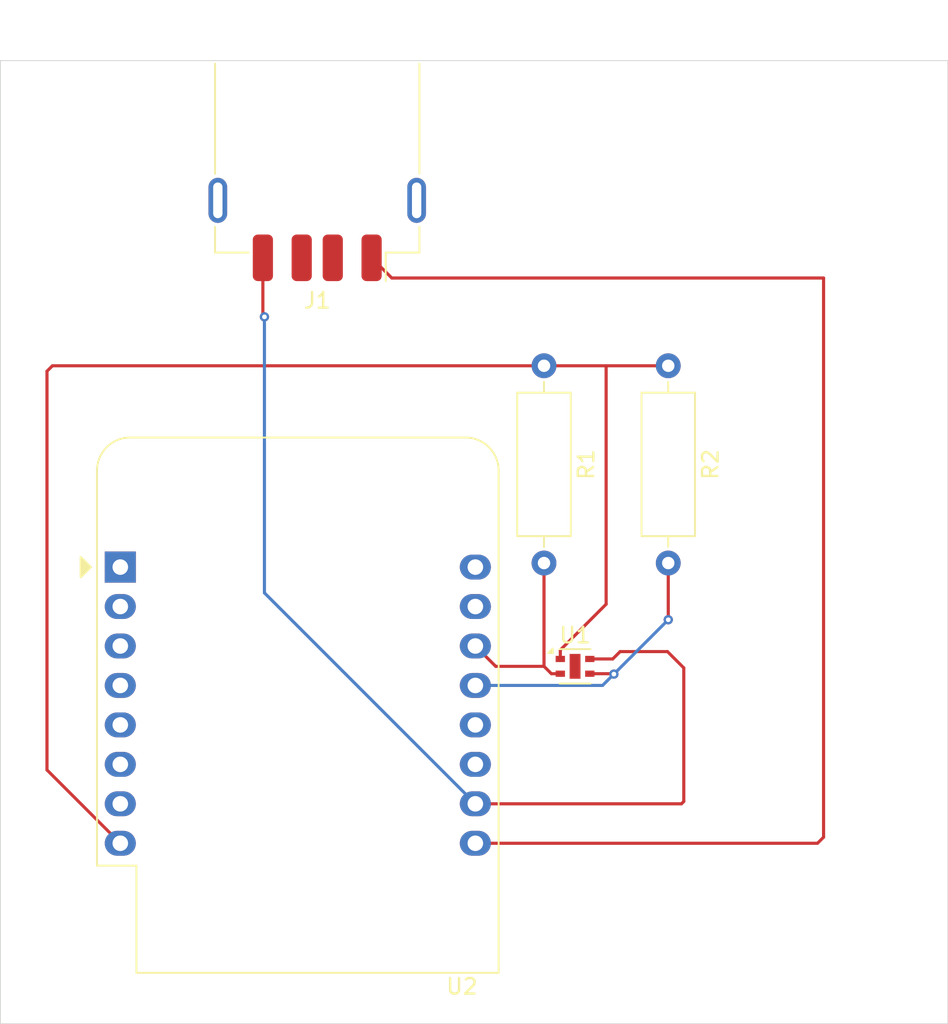
<source format=kicad_pcb>
(kicad_pcb (version 20240108) (generator "pcbnew") (generator_version "8.0")
  (layers (0 "F.Cu" signal) (31 "B.Cu" signal) (34 "B.Paste" user) (35 "F.Paste" user) (36 "B.SilkS" user "B.Silkscreen") (37 "F.SilkS" user "F.Silkscreen") (38 "B.Mask" user) (39 "F.Mask" user) (44 "Edge.Cuts" user))
  (net 0 "")
  (net 1 "/pull-up-sda")
  (net 2 "GND")
  (net 17 "Net-(J1-VBUS)")
  (net 18 "/pull-up-scl")
  (net 19 "/vcc")
  (footprint "Package_DFN_QFN:AMS_QFN-4-1EP_2x2mm_P0.95mm_EP0.7x1.6mm" (layer "F.Cu") (at 144 85)
    (property "Reference" "U1" (at 0 -2 0) (layer "F.SilkS"))
    (property "Value" "ENS210")
    (fp_line (start -1 1.11) (end 1 1.11) (stroke (width 0.12)) (layer "F.SilkS"))
    (fp_line (start 1 -1.11) (end -1 -1.11) (stroke (width 0.12)) (layer "F.SilkS"))
    (fp_poly (pts (xy -1.44 -0.86) (xy -1.72 -0.86) (xy -1.44 -1.14) (xy -1.44 -0.86)) (stroke (width 0.12)) (fill solid) (layer "F.SilkS"))
    (pad "1" smd rect (at -0.95 -0.475) (size 0.6 0.4) (layers "F.Cu" "F.Paste" "F.Mask") (net 19 "/vcc"))
    (pad "2" smd rect (at -0.95 0.475) (size 0.6 0.4) (layers "F.Cu" "F.Paste" "F.Mask") (net 18 "/pull-up-scl"))
    (pad "3" smd rect (at 0.95 0.475) (size 0.6 0.4) (layers "F.Cu" "F.Paste" "F.Mask") (net 1 "/pull-up-sda"))
    (pad "4" smd rect (at 0.95 -0.475) (size 0.6 0.4) (layers "F.Cu" "F.Paste" "F.Mask") (net 2 "GND"))
    (pad "5" smd rect (at 0 0) (size 0.7 1.6) (layers "F.Cu" "F.Mask") (net 2 "GND"))
  )
  (footprint "Connector_USB:USB_A_Receptacle_GCT_USB1046" (layer "F.Cu") (at 127.4 51.45 180)
    (property "Reference" "J1" (at 0 -10 0) (layer "F.SilkS"))
    (property "Value" "USB_A")
    (fp_line (start 6.58 -1.84) (end 6.58 5.25) (stroke (width 0.12)) (layer "F.SilkS"))
    (fp_line (start 6.58 -6.91) (end 6.58 -5.26) (stroke (width 0.12)) (layer "F.SilkS"))
    (fp_line (start 4.41 -6.91) (end 6.58 -6.91) (stroke (width 0.12)) (layer "F.SilkS"))
    (fp_line (start -4.41 -6.91) (end -4.41 -8.75) (stroke (width 0.12)) (layer "F.SilkS"))
    (fp_line (start -4.41 -6.91) (end -6.58 -6.91) (stroke (width 0.12)) (layer "F.SilkS"))
    (fp_line (start -6.58 -1.84) (end -6.58 5.25) (stroke (width 0.12)) (layer "F.SilkS"))
    (fp_line (start -6.58 -6.91) (end -6.58 -5.26) (stroke (width 0.12)) (layer "F.SilkS"))
    (pad "1" smd roundrect (at -3.5 -7.25 180) (size 1.3 3) (layers "F.Cu" "F.Paste" "F.Mask") (net 17 "Net-(J1-VBUS)"))
    (pad "2" smd roundrect (at -1 -7.25 180) (size 1.3 3) (layers "F.Cu" "F.Paste" "F.Mask"))
    (pad "3" smd roundrect (at 1 -7.25 180) (size 1.3 3) (layers "F.Cu" "F.Paste" "F.Mask"))
    (pad "4" smd roundrect (at 3.5 -7.25 180) (size 1.3 3) (layers "F.Cu" "F.Paste" "F.Mask") (net 2 "GND"))
    (pad "5" thru_hole oval (at -6.4 -3.55 180) (size 1.2 2.9) (drill oval 0.6 2.3) (layers "*.Cu" "*.Mask"))
    (pad "5" thru_hole oval (at 6.4 -3.55 180) (size 1.2 2.9) (drill oval 0.6 2.3) (layers "*.Cu" "*.Mask"))
  )
  (footprint "Module:WEMOS_D1_mini_light" (layer "F.Cu") (at 114.72 78.61)
    (property "Reference" "U2" (at 22 27 0) (layer "F.SilkS"))
    (property "Value" "WeMos_D1_mini")
    (fp_line (start -1.5 19.22) (end -1.5 -6.21) (stroke (width 0.12)) (layer "F.SilkS"))
    (fp_line (start -1.5 19.22) (end 1.04 19.22) (stroke (width 0.12)) (layer "F.SilkS"))
    (fp_line (start 1.04 19.22) (end 1.04 26.12) (stroke (width 0.12)) (layer "F.SilkS"))
    (fp_line (start 1.04 26.12) (end 24.36 26.12) (stroke (width 0.12)) (layer "F.SilkS"))
    (fp_line (start 22.24 -8.34) (end 0.63 -8.34) (stroke (width 0.12)) (layer "F.SilkS"))
    (fp_line (start 24.36 26.12) (end 24.36 -6.21) (stroke (width 0.12)) (layer "F.SilkS"))
    (fp_arc (start -1.5 -6.21) (mid -0.876137 -7.716137) (end 0.63 -8.34) (stroke (width 0.12)) (layer "F.SilkS"))
    (fp_arc (start 22.23 -8.34) (mid 23.736137 -7.716137) (end 24.36 -6.21) (stroke (width 0.12)) (layer "F.SilkS"))
    (fp_poly (pts (xy -2.54 -0.635) (xy -2.54 0.635) (xy -1.905 0)) (stroke (width 0.15)) (fill solid) (layer "F.SilkS"))
    (pad "1" thru_hole rect (at 0 0) (size 2 2) (drill 1) (layers "*.Cu" "*.Mask"))
    (pad "2" thru_hole oval (at 0 2.54) (size 2 1.6) (drill 1) (layers "*.Cu" "*.Mask"))
    (pad "3" thru_hole oval (at 0 5.08) (size 2 1.6) (drill 1) (layers "*.Cu" "*.Mask"))
    (pad "4" thru_hole oval (at 0 7.62) (size 2 1.6) (drill 1) (layers "*.Cu" "*.Mask"))
    (pad "5" thru_hole oval (at 0 10.16) (size 2 1.6) (drill 1) (layers "*.Cu" "*.Mask"))
    (pad "6" thru_hole oval (at 0 12.7) (size 2 1.6) (drill 1) (layers "*.Cu" "*.Mask"))
    (pad "7" thru_hole oval (at 0 15.24) (size 2 1.6) (drill 1) (layers "*.Cu" "*.Mask"))
    (pad "8" thru_hole oval (at 0 17.78) (size 2 1.6) (drill 1) (layers "*.Cu" "*.Mask") (net 19 "/vcc"))
    (pad "9" thru_hole oval (at 22.86 17.78) (size 2 1.6) (drill 1) (layers "*.Cu" "*.Mask") (net 17 "Net-(J1-VBUS)"))
    (pad "10" thru_hole oval (at 22.86 15.24) (size 2 1.6) (drill 1) (layers "*.Cu" "*.Mask") (net 2 "GND"))
    (pad "11" thru_hole oval (at 22.86 12.7) (size 2 1.6) (drill 1) (layers "*.Cu" "*.Mask"))
    (pad "12" thru_hole oval (at 22.86 10.16) (size 2 1.6) (drill 1) (layers "*.Cu" "*.Mask"))
    (pad "13" thru_hole oval (at 22.86 7.62) (size 2 1.6) (drill 1) (layers "*.Cu" "*.Mask") (net 1 "/pull-up-sda"))
    (pad "14" thru_hole oval (at 22.86 5.08) (size 2 1.6) (drill 1) (layers "*.Cu" "*.Mask") (net 18 "/pull-up-scl"))
    (pad "15" thru_hole oval (at 22.86 2.54) (size 2 1.6) (drill 1) (layers "*.Cu" "*.Mask"))
    (pad "16" thru_hole oval (at 22.86 0) (size 2 1.6) (drill 1) (layers "*.Cu" "*.Mask"))
  )
  (footprint "Resistor_THT:R_Axial_DIN0309_L9.0mm_D3.2mm_P12.70mm_Horizontal" (layer "F.Cu") (at 142 65.65 -90)
    (property "Reference" "R1" (at 6.35 -2.72 90) (layer "F.SilkS"))
    (property "Value" "1.8K")
    (fp_line (start 1.73 1.72) (end 10.97 1.72) (stroke (width 0.12)) (layer "F.SilkS"))
    (fp_line (start 10.97 1.72) (end 10.97 -1.72) (stroke (width 0.12)) (layer "F.SilkS"))
    (fp_line (start 1.04 0) (end 1.73 0) (stroke (width 0.12)) (layer "F.SilkS"))
    (fp_line (start 11.66 0) (end 10.97 0) (stroke (width 0.12)) (layer "F.SilkS"))
    (fp_line (start 1.73 -1.72) (end 1.73 1.72) (stroke (width 0.12)) (layer "F.SilkS"))
    (fp_line (start 10.97 -1.72) (end 1.73 -1.72) (stroke (width 0.12)) (layer "F.SilkS"))
    (pad "1" thru_hole circle (at 0 0 270) (size 1.6 1.6) (drill 0.8) (layers "*.Cu" "*.Mask") (net 19 "/vcc"))
    (pad "2" thru_hole oval (at 12.7 0 270) (size 1.6 1.6) (drill 0.8) (layers "*.Cu" "*.Mask") (net 18 "/pull-up-scl"))
  )
  (footprint "Resistor_THT:R_Axial_DIN0309_L9.0mm_D3.2mm_P12.70mm_Horizontal" (layer "F.Cu") (at 150 65.65 -90)
    (property "Reference" "R2" (at 6.35 -2.72 90) (layer "F.SilkS"))
    (property "Value" "1.8K")
    (fp_line (start 1.73 1.72) (end 10.97 1.72) (stroke (width 0.12)) (layer "F.SilkS"))
    (fp_line (start 10.97 1.72) (end 10.97 -1.72) (stroke (width 0.12)) (layer "F.SilkS"))
    (fp_line (start 1.04 0) (end 1.73 0) (stroke (width 0.12)) (layer "F.SilkS"))
    (fp_line (start 11.66 0) (end 10.97 0) (stroke (width 0.12)) (layer "F.SilkS"))
    (fp_line (start 1.73 -1.72) (end 1.73 1.72) (stroke (width 0.12)) (layer "F.SilkS"))
    (fp_line (start 10.97 -1.72) (end 1.73 -1.72) (stroke (width 0.12)) (layer "F.SilkS"))
    (pad "1" thru_hole circle (at 0 0 270) (size 1.6 1.6) (drill 0.8) (layers "*.Cu" "*.Mask") (net 19 "/vcc"))
    (pad "2" thru_hole oval (at 12.7 0 270) (size 1.6 1.6) (drill 0.8) (layers "*.Cu" "*.Mask") (net 1 "/pull-up-sda"))
  )
  (gr_rect (start 107 46) (end 168 108) (stroke (width 0.05)) (fill none) (layer "Edge.Cuts"))
  (segment (start 142.23 87.23) (end 143 88) (width 0) (layer "F.Cu") (net 0))
  (segment (start 142.23 87.23) (end 137.58 87.23) (width 0) (layer "F.Cu") (net 0))
  (segment (start 146.475 85.475) (end 146.5 85.5) (width 0.2) (layer "F.Cu") (net 1))
  (segment (start 150 78.35) (end 150 82) (width 0.2) (layer "F.Cu") (net 1))
  (segment (start 144.95 85.475) (end 146.475 85.475) (width 0.2) (layer "F.Cu") (net 1))
  (via (at 150 82) (size 0.6) (drill 0.3) (layers "F.Cu" "B.Cu") (net 1))
  (via (at 146.5 85.5) (size 0.6) (drill 0.3) (layers "F.Cu" "B.Cu") (net 1))
  (segment (start 150 82) (end 146.5 85.5) (width 0.2) (layer "B.Cu") (net 1))
  (segment (start 146 86) (end 145.77 86.23) (width 0.2) (layer "B.Cu") (net 1))
  (segment (start 145.77 86.23) (end 137.58 86.23) (width 0.2) (layer "B.Cu") (net 1))
  (segment (start 146.5 85.5) (end 146 86) (width 0.2) (layer "B.Cu") (net 1))
  (segment (start 149.95 84.05) (end 146.9 84.05) (width 0.2) (layer "F.Cu") (net 2))
  (segment (start 123.9 62.4) (end 123.9 58.7) (width 0.2) (layer "F.Cu") (net 2))
  (segment (start 150.85 93.85) (end 137.58 93.85) (width 0.2) (layer "F.Cu") (net 2))
  (segment (start 146.9 84.05) (end 146.425 84.525) (width 0.2) (layer "F.Cu") (net 2))
  (segment (start 124 62.5) (end 123.9 62.4) (width 0.2) (layer "F.Cu") (net 2))
  (segment (start 151 93.7) (end 150.85 93.85) (width 0.2) (layer "F.Cu") (net 2))
  (segment (start 151 85.1) (end 149.95 84.05) (width 0.2) (layer "F.Cu") (net 2))
  (segment (start 151 93.7) (end 151 85.1) (width 0.2) (layer "F.Cu") (net 2))
  (segment (start 146.425 84.525) (end 144.95 84.525) (width 0.2) (layer "F.Cu") (net 2))
  (via (at 124 62.5) (size 0.6) (drill 0.3) (layers "F.Cu" "B.Cu") (net 2))
  (segment (start 137.58 93.85) (end 124 80.27) (width 0.2) (layer "B.Cu") (net 2))
  (segment (start 124 80.27) (end 124 62.5) (width 0.2) (layer "B.Cu") (net 2))
  (segment (start 132.2 60) (end 130.9 58.7) (width 0.2) (layer "F.Cu") (net 17))
  (segment (start 160 96) (end 160 60) (width 0.2) (layer "F.Cu") (net 17))
  (segment (start 137.58 96.39) (end 159.61 96.39) (width 0.2) (layer "F.Cu") (net 17))
  (segment (start 160 60) (end 132.2 60) (width 0.2) (layer "F.Cu") (net 17))
  (segment (start 159.61 96.39) (end 160 96) (width 0.2) (layer "F.Cu") (net 17))
  (segment (start 142 85) (end 138.89 85) (width 0.2) (layer "F.Cu") (net 18))
  (segment (start 138.89 85) (end 137.58 83.69) (width 0.2) (layer "F.Cu") (net 18))
  (segment (start 143.05 85.475) (end 142.475 85.475) (width 0.2) (layer "F.Cu") (net 18))
  (segment (start 142 78.35) (end 142 85) (width 0.2) (layer "F.Cu") (net 18))
  (segment (start 142.475 85.475) (end 142 85) (width 0.2) (layer "F.Cu") (net 18))
  (segment (start 146 81) (end 143.05 83.95) (width 0.2) (layer "F.Cu") (net 19))
  (segment (start 142 65.65) (end 146 65.65) (width 0.2) (layer "F.Cu") (net 19))
  (segment (start 146 65.65) (end 146 81) (width 0.2) (layer "F.Cu") (net 19))
  (segment (start 142 65.65) (end 110.35 65.65) (width 0.2) (layer "F.Cu") (net 19))
  (segment (start 146 65.65) (end 150 65.65) (width 0.2) (layer "F.Cu") (net 19))
  (segment (start 114.72 96.39) (end 110 91.67) (width 0.2) (layer "F.Cu") (net 19))
  (segment (start 110 91.67) (end 110 66) (width 0.2) (layer "F.Cu") (net 19))
  (segment (start 143.05 83.95) (end 143.05 84.525) (width 0.2) (layer "F.Cu") (net 19))
  (segment (start 110.35 65.65) (end 110 66) (width 0.2) (layer "F.Cu") (net 19))
)
</source>
